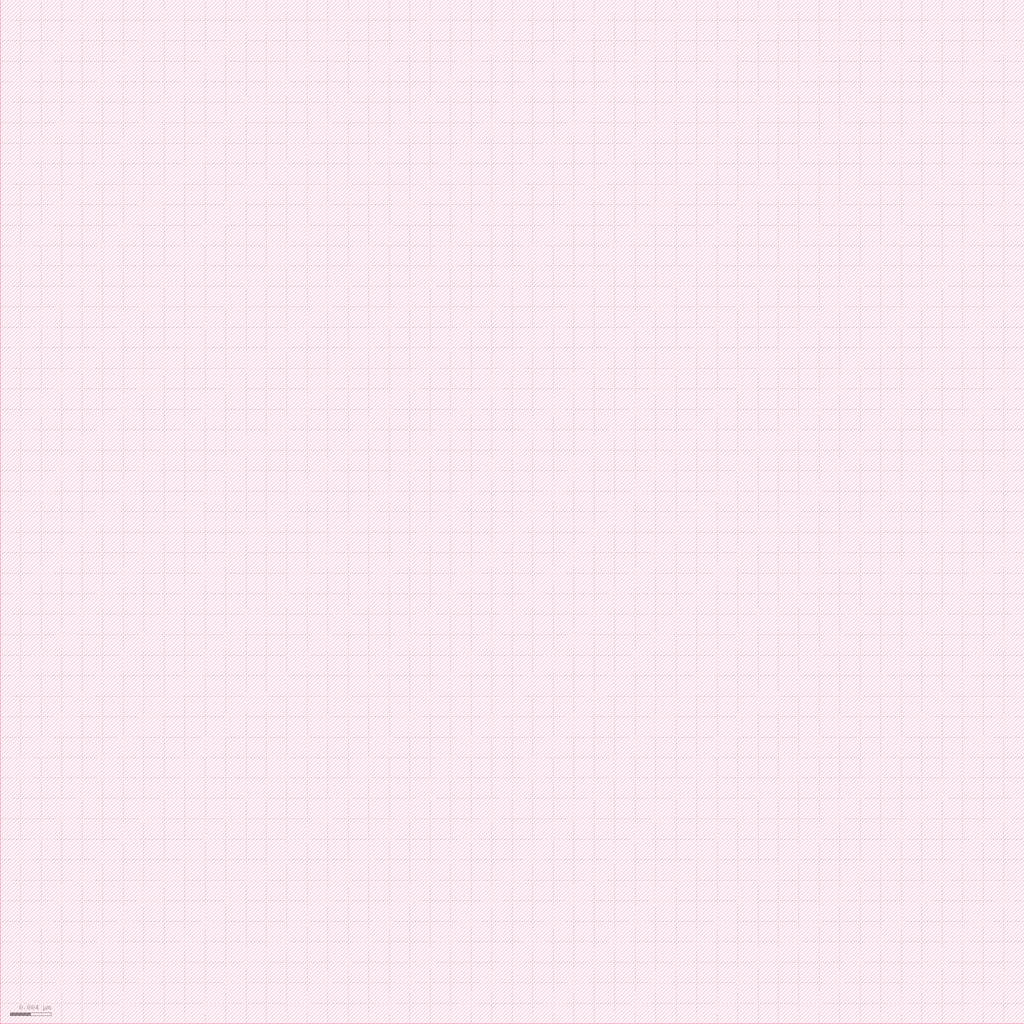
<source format=lef>
VERSION 5.7 ;
  NOWIREEXTENSIONATPIN ON ;
  DIVIDERCHAR "/" ;
  BUSBITCHARS "[]" ;
MACRO manual_power_connections
  CLASS BLOCK ;
  FOREIGN manual_power_connections ;
  ORIGIN 0.000 0.000 ;
  SIZE 0.100 BY 0.100 ;
END manual_power_connections
END LIBRARY


</source>
